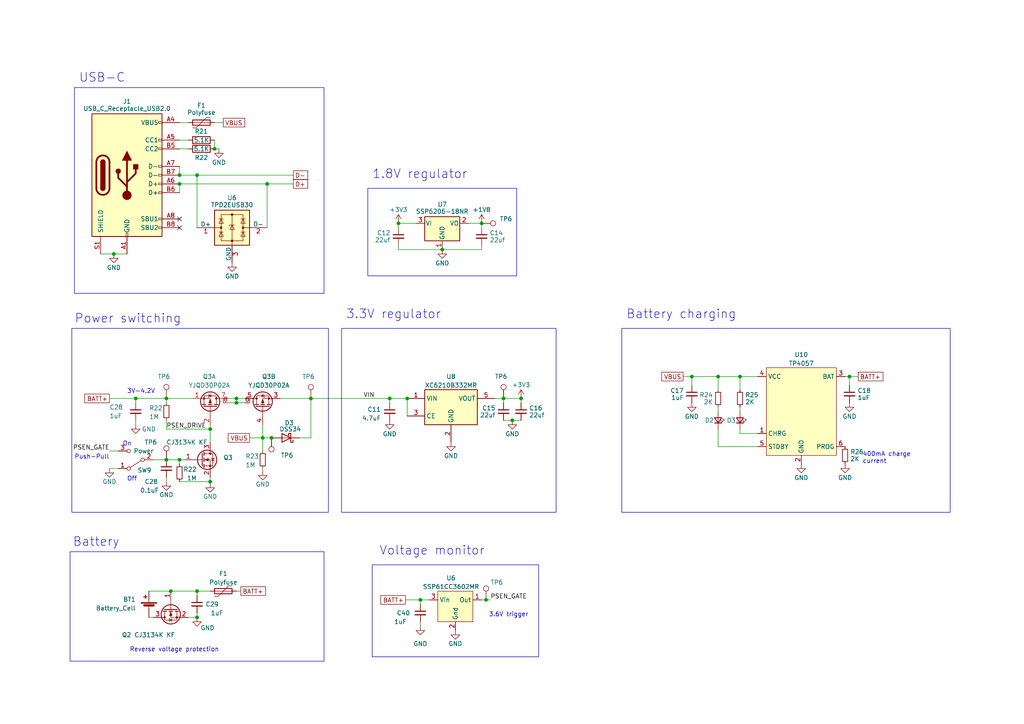
<source format=kicad_sch>
(kicad_sch (version 20230121) (generator eeschema)
  (paper "A4")
  (lib_symbols
    (symbol "Connector:TestPoint" (pin_numbers hide) (pin_names (offset 0.762) hide)
      (property "Reference" "TP" (at 0 6.858 0))
      (property "Value" "TestPoint" (at 0 5.08 0))
      (symbol "TestPoint_0_1"
        (circle (center 0 3.302) (radius 0.762))
      )
      (symbol "TestPoint_1_1"
        (pin passive line (at 0 0 90) (length 2.54) (name "1") (number "1"))
      )
    )
    (symbol "Connector:USB_C_Receptacle_USB2.0" (pin_names (offset 1.016))
      (property "Reference" "J" (at -10.16 19.05 0))
      (property "Value" "USB_C_Receptacle_USB2.0" (at 19.05 19.05 0))
      (symbol "USB_C_Receptacle_USB2.0_0_0"
        (rectangle (start -0.254 -17.78) (end 0.254 -16.764))
        (rectangle (start 10.16 -14.986) (end 9.144 -15.494))
        (rectangle (start 10.16 -12.446) (end 9.144 -12.954))
        (rectangle (start 10.16 -4.826) (end 9.144 -5.334))
        (rectangle (start 10.16 -2.286) (end 9.144 -2.794))
        (rectangle (start 10.16 0.254) (end 9.144 -0.254))
        (rectangle (start 10.16 2.794) (end 9.144 2.286))
        (rectangle (start 10.16 7.874) (end 9.144 7.366))
        (rectangle (start 10.16 10.414) (end 9.144 9.906))
        (rectangle (start 10.16 15.494) (end 9.144 14.986))
      )
      (symbol "USB_C_Receptacle_USB2.0_0_1"
        (rectangle (start -10.16 17.78) (end 10.16 -17.78) (stroke (width 0.254)) (fill (type background)))
        (arc (start -8.89 -3.81) (mid -6.985 -5.7067) (end -5.08 -3.81) (stroke (width 0.508)))
        (arc (start -7.62 -3.81) (mid -6.985 -4.4423) (end -6.35 -3.81) (stroke (width 0.254)))
        (arc (start -7.62 -3.81) (mid -6.985 -4.4423) (end -6.35 -3.81) (stroke (width 0.254)) (fill (type outline)))
        (rectangle (start -7.62 -3.81) (end -6.35 3.81) (stroke (width 0.254)) (fill (type outline)))
        (arc (start -6.35 3.81) (mid -6.985 4.4423) (end -7.62 3.81) (stroke (width 0.254)))
        (arc (start -6.35 3.81) (mid -6.985 4.4423) (end -7.62 3.81) (stroke (width 0.254)) (fill (type outline)))
        (arc (start -5.08 3.81) (mid -6.985 5.7067) (end -8.89 3.81) (stroke (width 0.508)))
        (circle (center -2.54 1.143) (radius 0.635) (stroke (width 0.254)) (fill (type outline)))
        (circle (center 0 -5.842) (radius 1.27) (fill (type outline)))
        (polyline (pts (xy -8.89 -3.81) (xy -8.89 3.81)) (stroke (width 0.508)))
        (polyline (pts (xy -5.08 3.81) (xy -5.08 -3.81)) (stroke (width 0.508)))
        (polyline (pts (xy 0 -5.842) (xy 0 4.318)) (stroke (width 0.508)))
        (polyline (pts (xy 0 -3.302) (xy -2.54 -0.762) (xy -2.54 0.508)) (stroke (width 0.508)))
        (polyline (pts (xy 0 -2.032) (xy 2.54 0.508) (xy 2.54 1.778)) (stroke (width 0.508)))
        (polyline (pts (xy -1.27 4.318) (xy 0 6.858) (xy 1.27 4.318) (xy -1.27 4.318)) (stroke (width 0.254)) (fill (type outline)))
        (rectangle (start 1.905 1.778) (end 3.175 3.048) (stroke (width 0.254)) (fill (type outline)))
      )
      (symbol "USB_C_Receptacle_USB2.0_1_1"
        (pin passive line (at 0 -22.86 90) (length 5.08) (name "GND") (number "A1"))
        (pin passive line (at 0 -22.86 90) (length 5.08) hide (name "GND") (number "A12"))
        (pin passive line (at 15.24 15.24 180) (length 5.08) (name "VBUS") (number "A4"))
        (pin bidirectional line (at 15.24 10.16 180) (length 5.08) (name "CC1") (number "A5"))
        (pin bidirectional line (at 15.24 -2.54 180) (length 5.08) (name "D+") (number "A6"))
        (pin bidirectional line (at 15.24 2.54 180) (length 5.08) (name "D-") (number "A7"))
        (pin bidirectional line (at 15.24 -12.7 180) (length 5.08) (name "SBU1") (number "A8"))
        (pin passive line (at 15.24 15.24 180) (length 5.08) hide (name "VBUS") (number "A9"))
        (pin passive line (at 0 -22.86 90) (length 5.08) hide (name "GND") (number "B1"))
        (pin passive line (at 0 -22.86 90) (length 5.08) hide (name "GND") (number "B12"))
        (pin passive line (at 15.24 15.24 180) (length 5.08) hide (name "VBUS") (number "B4"))
        (pin bidirectional line (at 15.24 7.62 180) (length 5.08) (name "CC2") (number "B5"))
        (pin bidirectional line (at 15.24 -5.08 180) (length 5.08) (name "D+") (number "B6"))
        (pin bidirectional line (at 15.24 0 180) (length 5.08) (name "D-") (number "B7"))
        (pin bidirectional line (at 15.24 -15.24 180) (length 5.08) (name "SBU2") (number "B8"))
        (pin passive line (at 15.24 15.24 180) (length 5.08) hide (name "VBUS") (number "B9"))
        (pin passive line (at -7.62 -22.86 90) (length 5.08) (name "SHIELD") (number "S1"))
      )
    )
    (symbol "Device:Battery_Cell" (pin_numbers hide) (pin_names (offset 0) hide)
      (property "Reference" "BT1" (at 3.81 2.667 0))
      (property "Value" "Battery_Cell" (at 3.81 0.127 0))
      (symbol "Battery_Cell_0_1"
        (rectangle (start -2.286 1.778) (end 2.286 1.524) (fill (type outline)))
        (rectangle (start -1.5748 1.1938) (end 1.4732 0.6858) (fill (type outline)))
        (polyline (pts (xy 0 0.762) (xy 0 0)))
        (polyline (pts (xy 0 1.778) (xy 0 2.54)))
        (polyline (pts (xy 0.508 3.429) (xy 1.524 3.429)) (stroke (width 0.254)))
        (polyline (pts (xy 1.016 3.937) (xy 1.016 2.921)) (stroke (width 0.254)))
      )
      (symbol "Battery_Cell_1_1"
        (pin passive line (at 0 -2.54 90) (length 2.54) (name "") (number "1"))
        (pin passive line (at 0 5.08 270) (length 2.54) (name "+") (number "2"))
      )
    )
    (symbol "Device:C_Small" (pin_numbers hide) (pin_names (offset 0.254) hide)
      (property "Reference" "C" (at 0.254 1.778 0))
      (property "Value" "C_Small" (at 0.254 -2.032 0))
      (symbol "C_Small_0_1"
        (polyline (pts (xy -1.524 -0.508) (xy 1.524 -0.508)) (stroke (width 0.3302)))
        (polyline (pts (xy -1.524 0.508) (xy 1.524 0.508)) (stroke (width 0.3048)))
      )
      (symbol "C_Small_1_1"
        (pin passive line (at 0 2.54 270) (length 2.032) (name "~") (number "1"))
        (pin passive line (at 0 -2.54 90) (length 2.032) (name "~") (number "2"))
      )
    )
    (symbol "Device:D_Schottky" (pin_numbers hide) (pin_names (offset 1.016) hide)
      (property "Reference" "D" (at 0 2.54 0))
      (property "Value" "D_Schottky" (at 0 -2.54 0))
      (symbol "D_Schottky_0_1"
        (polyline (pts (xy 1.27 0) (xy -1.27 0)))
        (polyline (pts (xy 1.27 1.27) (xy 1.27 -1.27) (xy -1.27 0) (xy 1.27 1.27)) (stroke (width 0.254)))
        (polyline (pts (xy -1.905 0.635) (xy -1.905 1.27) (xy -1.27 1.27) (xy -1.27 -1.27) (xy -0.635 -1.27) (xy -0.635 -0.635)) (stroke (width 0.254)))
      )
      (symbol "D_Schottky_1_1"
        (pin passive line (at -3.81 0 0) (length 2.54) (name "K") (number "1"))
        (pin passive line (at 3.81 0 180) (length 2.54) (name "A") (number "2"))
      )
    )
    (symbol "Device:LED_Small" (pin_numbers hide) (pin_names (offset 0.254) hide)
      (property "Reference" "D" (at -1.27 3.175 0))
      (property "Value" "LED_Small" (at -4.445 -2.54 0))
      (symbol "LED_Small_0_1"
        (polyline (pts (xy -0.762 -1.016) (xy -0.762 1.016)) (stroke (width 0.254)))
        (polyline (pts (xy 1.016 0) (xy -0.762 0)))
        (polyline (pts (xy 0.762 -1.016) (xy -0.762 0) (xy 0.762 1.016) (xy 0.762 -1.016)) (stroke (width 0.254)))
        (polyline (pts (xy 0 0.762) (xy -0.508 1.27) (xy -0.254 1.27) (xy -0.508 1.27) (xy -0.508 1.016)))
        (polyline (pts (xy 0.508 1.27) (xy 0 1.778) (xy 0.254 1.778) (xy 0 1.778) (xy 0 1.524)))
      )
      (symbol "LED_Small_1_1"
        (pin passive line (at -2.54 0 0) (length 1.778) (name "K") (number "1"))
        (pin passive line (at 2.54 0 180) (length 1.778) (name "A") (number "2"))
      )
    )
    (symbol "Device:Polyfuse" (pin_numbers hide) (pin_names (offset 0))
      (property "Reference" "F" (at -2.54 0 90))
      (property "Value" "Polyfuse" (at 2.54 0 90))
      (symbol "Polyfuse_0_1"
        (rectangle (start -0.762 2.54) (end 0.762 -2.54) (stroke (width 0.254)))
        (polyline (pts (xy 0 2.54) (xy 0 -2.54)))
        (polyline (pts (xy -1.524 2.54) (xy -1.524 1.524) (xy 1.524 -1.524) (xy 1.524 -2.54)))
      )
      (symbol "Polyfuse_1_1"
        (pin passive line (at 0 3.81 270) (length 1.27) (name "~") (number "1"))
        (pin passive line (at 0 -3.81 90) (length 1.27) (name "~") (number "2"))
      )
    )
    (symbol "Device:Q_NMOS_GSD" (pin_names (offset 0) hide)
      (property "Reference" "Q" (at 5.08 1.27 0))
      (property "Value" "Q_NMOS_GSD" (at 5.08 -1.27 0))
      (symbol "Q_NMOS_GSD_0_1"
        (polyline (pts (xy 0.254 0) (xy -2.54 0)))
        (polyline (pts (xy 0.254 1.905) (xy 0.254 -1.905)) (stroke (width 0.254)))
        (polyline (pts (xy 0.762 -1.27) (xy 0.762 -2.286)) (stroke (width 0.254)))
        (polyline (pts (xy 0.762 0.508) (xy 0.762 -0.508)) (stroke (width 0.254)))
        (polyline (pts (xy 0.762 2.286) (xy 0.762 1.27)) (stroke (width 0.254)))
        (polyline (pts (xy 2.54 2.54) (xy 2.54 1.778)))
        (polyline (pts (xy 2.54 -2.54) (xy 2.54 0) (xy 0.762 0)))
        (polyline (pts (xy 0.762 -1.778) (xy 3.302 -1.778) (xy 3.302 1.778) (xy 0.762 1.778)))
        (polyline (pts (xy 1.016 0) (xy 2.032 0.381) (xy 2.032 -0.381) (xy 1.016 0)) (fill (type outline)))
        (polyline (pts (xy 2.794 0.508) (xy 2.921 0.381) (xy 3.683 0.381) (xy 3.81 0.254)))
        (polyline (pts (xy 3.302 0.381) (xy 2.921 -0.254) (xy 3.683 -0.254) (xy 3.302 0.381)))
        (circle (center 1.651 0) (radius 2.794) (stroke (width 0.254)))
        (circle (center 2.54 -1.778) (radius 0.254) (fill (type outline)))
        (circle (center 2.54 1.778) (radius 0.254) (fill (type outline)))
      )
      (symbol "Q_NMOS_GSD_1_1"
        (pin input line (at -5.08 0 0) (length 2.54) (name "G") (number "1"))
        (pin passive line (at 2.54 -5.08 90) (length 2.54) (name "S") (number "2"))
        (pin passive line (at 2.54 5.08 270) (length 2.54) (name "D") (number "3"))
      )
    )
    (symbol "Device:R" (pin_numbers hide) (pin_names (offset 0))
      (property "Reference" "R" (at 2.032 0 90))
      (property "Value" "R" (at 0 0 90))
      (symbol "R_0_1"
        (rectangle (start -1.016 -2.54) (end 1.016 2.54) (stroke (width 0.254)))
      )
      (symbol "R_1_1"
        (pin passive line (at 0 3.81 270) (length 1.27) (name "~") (number "1"))
        (pin passive line (at 0 -3.81 90) (length 1.27) (name "~") (number "2"))
      )
    )
    (symbol "Device:R_Small" (pin_numbers hide) (pin_names (offset 0.254) hide)
      (property "Reference" "R" (at 0.762 0.508 0))
      (property "Value" "R_Small" (at 0.762 -1.016 0))
      (symbol "R_Small_0_1"
        (rectangle (start -0.762 1.778) (end 0.762 -1.778) (stroke (width 0.2032)))
      )
      (symbol "R_Small_1_1"
        (pin passive line (at 0 2.54 270) (length 0.762) (name "~") (number "1"))
        (pin passive line (at 0 -2.54 90) (length 0.762) (name "~") (number "2"))
      )
    )
    (symbol "OSSG_components_lib:YJQD30P02A" (pin_names (offset 0) hide)
      (property "Reference" "Q" (at 6.35 1.27 0))
      (property "Value" "YJQD30P02A" (at 19.05 -1.27 0))
      (symbol "YJQD30P02A_0_1"
        (polyline (pts (xy 0.254 0) (xy -2.54 0)))
        (polyline (pts (xy 0.254 1.905) (xy 0.254 -1.905)) (stroke (width 0.254)))
        (polyline (pts (xy 0.762 -1.27) (xy 0.762 -2.286)) (stroke (width 0.254)))
        (polyline (pts (xy 0.762 0.508) (xy 0.762 -0.508)) (stroke (width 0.254)))
        (polyline (pts (xy 0.762 2.286) (xy 0.762 1.27)) (stroke (width 0.254)))
        (polyline (pts (xy 1.27 3.81) (xy 2.54 3.81)))
        (polyline (pts (xy 2.54 2.54) (xy 2.54 1.778)))
        (polyline (pts (xy 2.54 -2.54) (xy 2.54 0) (xy 0.762 0)))
        (polyline (pts (xy 0.762 1.778) (xy 3.302 1.778) (xy 3.302 -1.778) (xy 0.762 -1.778)))
        (polyline (pts (xy 2.286 0) (xy 1.27 0.381) (xy 1.27 -0.381) (xy 2.286 0)) (fill (type outline)))
        (polyline (pts (xy 2.794 -0.508) (xy 2.921 -0.381) (xy 3.683 -0.381) (xy 3.81 -0.254)))
        (polyline (pts (xy 3.302 -0.381) (xy 2.921 0.254) (xy 3.683 0.254) (xy 3.302 -0.381)))
        (circle (center 1.651 0) (radius 2.794) (stroke (width 0.254)))
        (circle (center 2.54 -1.778) (radius 0.254) (fill (type outline)))
        (circle (center 2.54 1.778) (radius 0.254) (fill (type outline)))
      )
      (symbol "YJQD30P02A_1_1"
        (pin passive line (at 2.54 -5.08 90) (length 2.54) (name "S2") (number "1"))
        (pin input line (at -5.08 0 0) (length 2.54) (name "G2") (number "2"))
        (pin passive line (at 2.54 5.08 270) (length 2.54) (name "D2") (number "7"))
        (pin passive line (at 1.27 5.08 270) (length 1.1938) (name "D2") (number "8"))
      )
      (symbol "YJQD30P02A_2_1"
        (pin passive line (at 2.54 -5.08 90) (length 2.54) (name "S2") (number "3"))
        (pin input line (at -5.08 0 0) (length 2.54) (name "G2") (number "4"))
        (pin passive line (at 2.54 5.08 270) (length 2.54) (name "D2") (number "5"))
        (pin passive line (at 1.27 5.08 270) (length 1.1938) (name "D2") (number "6"))
      )
    )
    (symbol "Power_Protection:TPD2EUSB30" (pin_names (offset 0))
      (property "Reference" "U" (at 0 6.35 0))
      (property "Value" "TPD2EUSB30" (at 7.62 -7.62 0))
      (symbol "TPD2EUSB30_0_1"
        (rectangle (start -5.08 5.08) (end 5.08 -5.08) (stroke (width 0.254)) (fill (type background)))
        (circle (center -3.175 0) (radius 0.2794) (fill (type outline)))
        (rectangle (start -3.175 3.81) (end 3.175 -3.81))
        (circle (center 0 -3.81) (radius 0.2794) (fill (type outline)))
        (polyline (pts (xy -5.08 0) (xy -3.175 0)))
        (polyline (pts (xy -3.81 -1.27) (xy -2.54 -1.27)))
        (polyline (pts (xy -3.81 2.54) (xy -2.54 2.54)))
        (polyline (pts (xy 0 3.81) (xy 0 -5.08)))
        (polyline (pts (xy 2.54 -1.27) (xy 3.81 -1.27)))
        (polyline (pts (xy 2.54 2.54) (xy 3.81 2.54)))
        (polyline (pts (xy 5.08 0) (xy 3.175 0)))
        (polyline (pts (xy 0.762 0.762) (xy -0.762 0.762) (xy -0.762 0.508)))
        (polyline (pts (xy -2.54 -2.54) (xy -3.81 -2.54) (xy -3.175 -1.27) (xy -2.54 -2.54)))
        (polyline (pts (xy -2.54 1.27) (xy -3.81 1.27) (xy -3.175 2.54) (xy -2.54 1.27)))
        (polyline (pts (xy 0.635 -0.508) (xy -0.635 -0.508) (xy 0 0.762) (xy 0.635 -0.508)))
        (polyline (pts (xy 3.81 -2.54) (xy 2.54 -2.54) (xy 3.175 -1.27) (xy 3.81 -2.54)))
        (polyline (pts (xy 3.81 1.27) (xy 2.54 1.27) (xy 3.175 2.54) (xy 3.81 1.27)))
        (circle (center 0 3.81) (radius 0.2794) (fill (type outline)))
        (circle (center 3.175 0) (radius 0.2794) (fill (type outline)))
      )
      (symbol "TPD2EUSB30_1_1"
        (pin passive line (at -10.16 0 0) (length 5.08) (name "D+") (number "1"))
        (pin passive line (at 10.16 0 180) (length 5.08) (name "D-") (number "2"))
        (pin passive line (at 0 -10.16 90) (length 5.08) (name "GND") (number "3"))
      )
    )
    (symbol "Regulator_Linear:SSP61C"
      (property "Reference" "U" (at 0 6.35 0))
      (symbol "SSP61C_1_1"
        (rectangle (start -5.08 2.54) (end 5.08 -6.35) (fill (type background)))
        (pin input line (at 7.62 0 180) (length 2.54) (name "Out") (number "1"))
        (pin input line (at 0 -8.89 90) (length 2.54) (name "Gnd") (number "2"))
        (pin input line (at -7.62 0 0) (length 2.54) (name "Vin") (number "3"))
      )
    )
    (symbol "Regulator_Linear:XC6206PxxxMR" (pin_names (offset 0.254))
      (property "Reference" "U" (at -3.81 3.175 0))
      (property "Value" "XC6206PxxxMR" (at 0 3.175 0))
      (symbol "XC6206PxxxMR_0_1"
        (rectangle (start -5.08 1.905) (end 5.08 -5.08) (stroke (width 0.254)) (fill (type background)))
      )
      (symbol "XC6206PxxxMR_1_1"
        (pin power_in line (at 0 -7.62 90) (length 2.54) (name "GND") (number "1"))
        (pin power_out line (at 7.62 0 180) (length 2.54) (name "VO") (number "2"))
        (pin power_in line (at -7.62 0 0) (length 2.54) (name "VI") (number "3"))
      )
    )
    (symbol "Regulator_Linear:XC6210B332MR"
      (property "Reference" "U" (at 0 8.89 0))
      (property "Value" "XC6210B332MR" (at 0 6.35 0))
      (symbol "XC6210B332MR_0_1"
        (rectangle (start -7.62 5.08) (end 7.62 -5.08) (stroke (width 0.254)) (fill (type background)))
      )
      (symbol "XC6210B332MR_1_1"
        (pin power_in line (at -12.7 2.54 0) (length 5.08) (name "VIN") (number "1"))
        (pin power_in line (at 0 -10.16 90) (length 5.08) (name "GND") (number "2"))
        (pin input line (at -12.7 -2.54 0) (length 5.08) (name "CE") (number "3"))
        (pin no_connect line (at 7.62 -2.54 180) (length 5.08) hide (name "NC") (number "4"))
        (pin power_out line (at 12.7 2.54 180) (length 5.08) (name "VOUT") (number "5"))
      )
    )
    (symbol "Switch:SW_SPDT" (pin_names (offset 0) hide)
      (property "Reference" "SW" (at 0 4.318 0))
      (property "Value" "SW_SPDT" (at 0 -5.08 0))
      (symbol "SW_SPDT_0_0"
        (circle (center -2.032 0) (radius 0.508))
        (circle (center 2.032 -2.54) (radius 0.508))
      )
      (symbol "SW_SPDT_0_1"
        (polyline (pts (xy -1.524 0.254) (xy 1.651 2.286)))
        (circle (center 2.032 2.54) (radius 0.508))
      )
      (symbol "SW_SPDT_1_1"
        (pin passive line (at 5.08 2.54 180) (length 2.54) (name "A") (number "1"))
        (pin passive line (at -5.08 0 0) (length 2.54) (name "B") (number "2"))
        (pin passive line (at 5.08 -2.54 180) (length 2.54) (name "C") (number "3"))
      )
    )
    (symbol "TP4057:TP4057"
      (property "Reference" "U" (at 0 2.54 0))
      (property "Value" "TP4057" (at 0 0 0))
      (symbol "TP4057_1_1"
        (rectangle (start -10.16 -1.27) (end 10.16 -26.67) (fill (type background)))
        (pin input line (at -12.7 -20.32 0) (length 2.54) (name "CHRG") (number "1"))
        (pin input line (at 0 -29.21 90) (length 2.54) (name "GND") (number "2"))
        (pin input line (at 12.7 -3.81 180) (length 2.54) (name "BAT") (number "3"))
        (pin input line (at -12.7 -3.81 0) (length 2.54) (name "VCC") (number "4"))
        (pin input line (at -12.7 -24.13 0) (length 2.54) (name "STDBY") (number "5"))
        (pin input line (at 12.7 -24.13 180) (length 2.54) (name "PROG") (number "6"))
      )
    )
    (symbol "power:+1V8" (power) (pin_names (offset 0))
      (property "Value" "+1V8" (at 0 3.556 0))
      (symbol "+1V8_0_1"
        (polyline (pts (xy -0.762 1.27) (xy 0 2.54)))
        (polyline (pts (xy 0 0) (xy 0 2.54)))
        (polyline (pts (xy 0 2.54) (xy 0.762 1.27)))
      )
      (symbol "+1V8_1_1"
        (pin power_in line (at 0 0 90) (length 0) hide (name "+1V8") (number "1"))
      )
    )
    (symbol "power:+3V3" (power) (pin_names (offset 0))
      (property "Value" "+3V3" (at 0 3.556 0))
      (symbol "+3V3_0_1"
        (polyline (pts (xy -0.762 1.27) (xy 0 2.54)))
        (polyline (pts (xy 0 0) (xy 0 2.54)))
        (polyline (pts (xy 0 2.54) (xy 0.762 1.27)))
      )
      (symbol "+3V3_1_1"
        (pin power_in line (at 0 0 90) (length 0) hide (name "+3V3") (number "1"))
      )
    )
    (symbol "power:GND" (power) (pin_names (offset 0))
      (property "Value" "GND" (at 0 -3.81 0))
      (symbol "GND_0_1"
        (polyline (pts (xy 0 0) (xy 0 -1.27) (xy 1.27 -1.27) (xy 0 -2.54) (xy -1.27 -1.27) (xy 0 -1.27)))
      )
      (symbol "GND_1_1"
        (pin power_in line (at 0 0 270) (length 0) hide (name "GND") (number "1"))
      )
    )
  )
  (junction (at 68.58 115.57))
  (junction (at 76.2 127))
  (junction (at 208.28 109.22))
  (junction (at 113.03 115.57))
  (junction (at 77.47 53.34))
  (junction (at 214.63 109.22))
  (junction (at 151.13 115.57))
  (junction (at 48.26 133.35))
  (junction (at 57.15 179.07))
  (junction (at 140.97 173.99))
  (junction (at 128.27 72.39))
  (junction (at 60.96 139.7))
  (junction (at 57.15 171.45))
  (junction (at 39.37 115.57))
  (junction (at 60.96 124.46))
  (junction (at 146.05 115.57))
  (junction (at 90.17 115.57))
  (junction (at 115.57 64.77))
  (junction (at 121.92 173.99))
  (junction (at 62.23 43.18))
  (junction (at 52.07 50.8))
  (junction (at 68.58 116.84))
  (junction (at 148.59 121.92))
  (junction (at 52.07 53.34))
  (junction (at 49.53 171.45))
  (junction (at 52.07 133.35))
  (junction (at 139.7 64.77))
  (junction (at 200.66 109.22))
  (junction (at 78.74 127))
  (junction (at 246.38 109.22))
  (junction (at 48.26 115.57))
  (junction (at 118.11 115.57))
  (junction (at 33.02 73.66))
  (junction (at 57.15 50.8))
  (no_connect (at 52.07 66.04))
  (no_connect (at 52.07 63.5))
  (wire (pts (xy 115.57 64.77) (xy 120.65 64.77)))
  (wire (pts (xy 113.03 116.84) (xy 113.03 115.57)))
  (wire (pts (xy 31.75 135.89) (xy 34.29 135.89)))
  (wire (pts (xy 208.28 124.46) (xy 208.28 129.54)))
  (wire (pts (xy 68.58 116.84) (xy 71.12 116.84)))
  (wire (pts (xy 60.96 139.7) (xy 60.96 140.208)))
  (wire (pts (xy 48.26 115.57) (xy 55.88 115.57)))
  (wire (pts (xy 214.63 109.22) (xy 219.71 109.22)))
  (wire (pts (xy 66.04 115.57) (xy 68.58 115.57)))
  (wire (pts (xy 48.26 138.43) (xy 48.26 139.7)))
  (wire (pts (xy 44.45 133.35) (xy 48.26 133.35)))
  (wire (pts (xy 76.2 127) (xy 76.2 130.81)))
  (wire (pts (xy 66.04 116.84) (xy 68.58 116.84)))
  (wire (pts (xy 246.38 111.76) (xy 246.38 109.22)))
  (wire (pts (xy 143.51 115.57) (xy 146.05 115.57)))
  (wire (pts (xy 140.97 173.99) (xy 142.24 173.99)))
  (wire (pts (xy 115.57 71.12) (xy 115.57 72.39)))
  (wire (pts (xy 121.92 173.99) (xy 124.46 173.99)))
  (wire (pts (xy 60.96 138.43) (xy 60.96 139.7)))
  (wire (pts (xy 52.07 48.26) (xy 52.07 50.8)))
  (wire (pts (xy 208.28 109.22) (xy 214.63 109.22)))
  (wire (pts (xy 33.02 73.66) (xy 36.83 73.66)))
  (wire (pts (xy 60.96 123.19) (xy 60.96 124.46)))
  (wire (pts (xy 146.05 115.57) (xy 151.13 115.57)))
  (wire (pts (xy 214.63 125.73) (xy 219.71 125.73)))
  (wire (pts (xy 248.92 109.22) (xy 246.38 109.22)))
  (wire (pts (xy 57.15 50.8) (xy 57.15 66.04)))
  (wire (pts (xy 52.07 139.7) (xy 60.96 139.7)))
  (wire (pts (xy 43.18 171.45) (xy 49.53 171.45)))
  (wire (pts (xy 48.26 115.57) (xy 48.26 116.84)))
  (wire (pts (xy 48.26 124.46) (xy 60.96 124.46)))
  (wire (pts (xy 200.66 111.76) (xy 200.66 109.22)))
  (wire (pts (xy 68.58 115.57) (xy 68.58 116.84)))
  (wire (pts (xy 115.57 64.77) (xy 115.57 66.04)))
  (wire (pts (xy 135.89 64.77) (xy 139.7 64.77)))
  (wire (pts (xy 60.96 124.46) (xy 60.96 128.27)))
  (wire (pts (xy 214.63 109.22) (xy 214.63 113.03)))
  (wire (pts (xy 139.7 173.99) (xy 140.97 173.99)))
  (wire (pts (xy 76.2 127) (xy 78.74 127)))
  (wire (pts (xy 78.74 127) (xy 79.248 127)))
  (wire (pts (xy 52.07 134.62) (xy 52.07 133.35)))
  (wire (pts (xy 62.23 35.56) (xy 64.77 35.56)))
  (wire (pts (xy 49.53 171.45) (xy 57.15 171.45)))
  (wire (pts (xy 115.57 72.39) (xy 128.27 72.39)))
  (wire (pts (xy 72.39 127) (xy 76.2 127)))
  (wire (pts (xy 29.21 73.66) (xy 33.02 73.66)))
  (wire (pts (xy 62.23 40.64) (xy 62.23 43.18)))
  (wire (pts (xy 57.15 177.8) (xy 57.15 179.07)))
  (wire (pts (xy 121.92 173.99) (xy 121.92 175.26)))
  (wire (pts (xy 77.47 53.34) (xy 77.47 66.04)))
  (wire (pts (xy 60.96 171.45) (xy 57.15 171.45)))
  (wire (pts (xy 148.59 121.92) (xy 151.13 121.92)))
  (wire (pts (xy 198.12 109.22) (xy 200.66 109.22)))
  (wire (pts (xy 68.58 171.45) (xy 69.85 171.45)))
  (wire (pts (xy 146.05 121.92) (xy 148.59 121.92)))
  (wire (pts (xy 86.868 127) (xy 90.17 127)))
  (wire (pts (xy 139.7 71.12) (xy 139.7 72.39)))
  (wire (pts (xy 48.26 133.35) (xy 52.07 133.35)))
  (wire (pts (xy 39.37 121.92) (xy 39.37 123.19)))
  (wire (pts (xy 76.2 123.19) (xy 76.2 127)))
  (wire (pts (xy 113.03 115.57) (xy 118.11 115.57)))
  (wire (pts (xy 214.63 125.73) (xy 214.63 124.46)))
  (wire (pts (xy 246.38 109.22) (xy 245.11 109.22)))
  (wire (pts (xy 81.28 115.57) (xy 90.17 115.57)))
  (wire (pts (xy 90.17 115.57) (xy 113.03 115.57)))
  (wire (pts (xy 90.17 115.57) (xy 90.17 127)))
  (wire (pts (xy 208.28 119.38) (xy 208.28 118.11)))
  (wire (pts (xy 52.07 53.34) (xy 77.47 53.34)))
  (wire (pts (xy 208.28 129.54) (xy 219.71 129.54)))
  (wire (pts (xy 118.11 115.57) (xy 118.11 120.65)))
  (wire (pts (xy 63.5 43.18) (xy 62.23 43.18)))
  (wire (pts (xy 117.602 173.99) (xy 121.92 173.99)))
  (wire (pts (xy 43.18 179.07) (xy 44.45 179.07)))
  (wire (pts (xy 57.15 179.07) (xy 54.61 179.07)))
  (wire (pts (xy 139.7 72.39) (xy 128.27 72.39)))
  (wire (pts (xy 52.07 53.34) (xy 52.07 55.88)))
  (wire (pts (xy 139.7 64.77) (xy 139.7 66.04)))
  (wire (pts (xy 52.07 133.35) (xy 53.34 133.35)))
  (wire (pts (xy 77.47 53.34) (xy 85.09 53.34)))
  (wire (pts (xy 48.26 124.46) (xy 48.26 121.92)))
  (wire (pts (xy 208.28 109.22) (xy 208.28 113.03)))
  (wire (pts (xy 76.2 135.89) (xy 76.2 136.652)))
  (wire (pts (xy 52.07 43.18) (xy 54.61 43.18)))
  (wire (pts (xy 151.13 116.84) (xy 151.13 115.57)))
  (wire (pts (xy 39.37 115.57) (xy 39.37 116.84)))
  (wire (pts (xy 31.75 115.57) (xy 39.37 115.57)))
  (wire (pts (xy 68.58 115.57) (xy 71.12 115.57)))
  (wire (pts (xy 57.15 171.45) (xy 57.15 172.72)))
  (wire (pts (xy 214.63 119.38) (xy 214.63 118.11)))
  (wire (pts (xy 52.07 50.8) (xy 57.15 50.8)))
  (wire (pts (xy 31.75 130.81) (xy 34.29 130.81)))
  (wire (pts (xy 52.07 40.64) (xy 54.61 40.64)))
  (wire (pts (xy 121.92 180.34) (xy 121.92 181.61)))
  (wire (pts (xy 52.07 35.56) (xy 54.61 35.56)))
  (wire (pts (xy 200.66 109.22) (xy 208.28 109.22)))
  (wire (pts (xy 57.15 50.8) (xy 85.09 50.8)))
  (wire (pts (xy 146.05 116.84) (xy 146.05 115.57)))
  (wire (pts (xy 39.37 115.57) (xy 48.26 115.57)))
  (rectangle (start 20.828 95.25) (end 95.25 148.59))
  (rectangle (start 99.06 95.25) (end 161.29 148.59))
  (rectangle (start 106.68 54.61) (end 149.86 80.01))
  (rectangle (start 20.32 160.02) (end 93.98 191.77))
  (rectangle (start 107.95 163.83) (end 156.21 190.5))
  (rectangle (start 180.34 95.25) (end 275.59 148.59))
  (rectangle (start 21.59 25.4) (end 93.98 85.09))
  (text "Push-Pull" (at 21.59 133.35 0) (effects (font (size 1.27 1.27)) (justify left bottom)))
  (text "Power switching" (at 21.59 93.98 0) (effects (font (size 2.54 2.54)) (justify left bottom)))
  (text "Off" (at 36.83 139.7 0) (effects (font (size 1.27 1.27)) (justify left bottom)))
  (text "Reverse voltage protection" (at 37.592 189.23 0) (effects (font (size 1.27 1.27)) (justify left bottom)))
  (text "Battery charging\n" (at 181.61 92.71 0) (effects (font (size 2.54 2.54)) (justify left bottom)))
  (text "On" (at 35.56 129.54 0) (effects (font (size 1.27 1.27)) (justify left bottom)))
  (text "1.8V regulator\n" (at 107.95 52.07 0) (effects (font (size 2.54 2.54)) (justify left bottom)))
  (text "Battery" (at 21.082 158.75 0) (effects (font (size 2.54 2.54)) (justify left bottom)))
  (text "USB-C\n" (at 22.86 24.13 0) (effects (font (size 2.54 2.54)) (justify left bottom)))
  (text "Voltage monitor" (at 109.982 161.29 0) (effects (font (size 2.54 2.54)) (justify left bottom)))
  (text "3.3V regulator\n" (at 100.33 92.71 0) (effects (font (size 2.54 2.54)) (justify left bottom)))
  (text "3.6V trigger" (at 141.732 179.07 0) (effects (font (size 1.27 1.27)) (justify left bottom)))
  (text "400mA charge \ncurrent\n" (at 250.19 134.62 0) (effects (font (size 1.27 1.27)) (justify left bottom)))
  (text "3V-4.2V" (at 36.83 114.3 0) (effects (font (size 1.27 1.27)) (justify left bottom)))
  (label "PSEN_GATE" (at 31.75 130.81 180))
  (label "PSEN_GATE" (at 142.24 173.99 0))
  (label "PSEN_DRIVE" (at 48.26 124.46 0))
  (label "VIN" (at 105.41 115.57 0))
  (global_label "D-" (shape passive) (at 85.09 50.8 0) (property "Intersheetrefs" "${INTERSHEET_REFS}" (effects hide)))
  (global_label "BATT+" (shape passive) (at 69.85 171.45 0) (property "Intersheetrefs" "${INTERSHEET_REFS}" (effects hide)))
  (global_label "VBUS" (shape passive) (at 64.77 35.56 0) (property "Intersheetrefs" "${INTERSHEET_REFS}" (effects hide)))
  (global_label "VBUS" (shape passive) (at 198.12 109.22 180) (property "Intersheetrefs" "${INTERSHEET_REFS}" (effects hide)))
  (global_label "D+" (shape passive) (at 85.09 53.34 0) (property "Intersheetrefs" "${INTERSHEET_REFS}" (effects hide)))
  (global_label "BATT+" (shape passive) (at 248.92 109.22 0) (property "Intersheetrefs" "${INTERSHEET_REFS}" (effects hide)))
  (global_label "BATT+" (shape passive) (at 117.602 173.99 180) (property "Intersheetrefs" "${INTERSHEET_REFS}" (effects hide)))
  (global_label "BATT+" (shape passive) (at 31.75 115.57 180) (property "Intersheetrefs" "${INTERSHEET_REFS}" (effects hide)))
  (global_label "VBUS" (shape passive) (at 72.39 127 180) (property "Intersheetrefs" "${INTERSHEET_REFS}" (effects hide)))
  (symbol (lib_id "power:+3V3") (at 151.13 115.57 0) (unit 1)
    (property "Reference" "#PWR050" (effects hide))
    (property "Value" "+3V3" (at 151.13 111.625 0))
  )
  (symbol (lib_id "power:GND") (at 232.41 134.62 0) (unit 1)
    (property "Reference" "#PWR052" (effects hide))
    (property "Value" "GND" (at 232.41 138.565 0))
  )
  (symbol (lib_id "power:GND") (at 31.75 135.89 0) (unit 1)
    (property "Reference" "#PWR047" (effects hide))
    (property "Value" "GND" (at 31.75 139.7 0))
    (instances (project "Power" (path "" (reference "#PWR047") (unit 1))) (project "Music_32_V2" (path "" (reference "#PWR047") (unit 1)) (path "" (reference "#PWR089") (unit 1))) (project "Music32v3" (path "" (reference "#PWR070") (unit 1)) (path "" (reference "#PWR033") (unit 1))) (project "Phone" (path "" (reference "#PWR?") (unit 1))) (project "Ipod" (path "" (reference "#PWR?") (unit 1)) (path "" (reference "#PWR041") (unit 1))) (project "power" (path "" (reference "#PWR?") (unit 1))) (project "Power" (path "" (reference "#PWR?") (unit 1))))
  )
  (symbol (lib_id "Device:R_Small") (at 214.63 115.57 0) (unit 1)
    (property "Reference" "R25" (at 216.1286 114.546 0) (effects (justify left)))
    (property "Value" "2K" (at 216.1286 116.594 0) (effects (justify left)))
    (property "Footprint" "Resistor_SMD:R_0402_1005Metric" (effects hide))
  )
  (symbol (lib_id "power:GND") (at 200.66 116.84 0) (unit 1)
    (property "Reference" "#PWR051" (effects hide))
    (property "Value" "GND" (at 200.66 120.785 0))
  )
  (symbol (lib_id "Connector:TestPoint") (at 140.97 173.99 0) (mirror y) (unit 1)
    (property "Reference" "TP6" (at 142.24 168.91 0) (effects (justify right)))
    (property "Value" "TestPoint" (effects hide))
    (property "Footprint" "TestPoint:TestPoint_Pad_D2.0mm" (effects hide))
    (instances (project "Music32v3" (path "" (reference "TP6") (unit 1)) (path "" (reference "TP14") (unit 1)) (path "" (reference "TP19") (unit 1))))
  )
  (symbol (lib_id "power:GND") (at 130.81 128.27 0) (unit 1)
    (property "Reference" "#PWR046" (effects hide))
    (property "Value" "GND" (at 130.81 132.215 0))
  )
  (symbol (lib_id "Device:Polyfuse") (at 58.42 35.56 90) (unit 1)
    (property "Reference" "F1" (at 58.42 30.583 90))
    (property "Value" "Polyfuse" (at 58.42 32.631 90))
    (property "Footprint" "Fuse:Fuse_0603_1608Metric" (effects hide))
  )
  (symbol (lib_id "Device:R") (at 58.42 43.18 90) (unit 1)
    (property "Reference" "R22" (at 58.42 45.72 90))
    (property "Value" "5.1K" (at 58.42 43.18 90))
    (property "Footprint" "Resistor_SMD:R_0402_1005Metric" (effects hide))
  )
  (symbol (lib_id "Device:C_Small") (at 200.66 114.3 0) (mirror y) (unit 1)
    (property "Reference" "C17" (at 198.3359 113.2823 0) (effects (justify left)))
    (property "Value" "1uF" (at 198.3359 115.3303 0) (effects (justify left)))
    (property "Footprint" "Capacitor_SMD:C_0402_1005Metric" (effects hide))
  )
  (symbol (lib_id "Device:C_Small") (at 121.92 177.8 0) (unit 1)
    (property "Reference" "C40" (at 115.062 177.8 0) (effects (justify left)))
    (property "Value" "1uF" (at 114.3 180.34 0) (effects (justify left)))
    (property "Footprint" "Capacitor_SMD:C_0402_1005Metric" (effects hide))
    (property "MPN_LCSC" "C41851" (effects hide))
    (property "Price_LCSC" "0.0008" (effects hide))
    (property "LinkLCSC" "https://lcsc.com/product-detail/Multilayer-Ceramic-Capacitors-MLCC-SMD-SMT_FH-Guangdong-Fenghua-Advanced-Tech-0402B104K160NT_C41851.html" (effects hide))
    (instances (project "Power" (path "" (reference "C40") (unit 1))) (project "Music_32_V2" (path "" (reference "C40") (unit 1)) (path "" (reference "C57") (unit 1))) (project "Music32v3" (path "" (reference "C40") (unit 1)) (path "" (reference "C13") (unit 1))) (project "Phone" (path "" (reference "C?") (unit 1))) (project "Ipod" (path "" (reference "C?") (unit 1)) (path "" (reference "C35") (unit 1))) (project "power" (path "" (reference "C?") (unit 1))) (project "Power" (path "" (reference "C?") (unit 1))))
  )
  (symbol (lib_id "power:GND") (at 57.15 179.07 0) (unit 1)
    (property "Reference" "#PWR046" (effects hide))
    (property "Value" "GND" (at 60.198 182.118 0))
    (instances (project "Power" (path "" (reference "#PWR046") (unit 1))) (project "Music_32_V2" (path "" (reference "#PWR046") (unit 1)) (path "" (reference "#PWR057") (unit 1))) (project "Music32v3" (path "" (reference "#PWR063") (unit 1)) (path "" (reference "#PWR037") (unit 1))) (project "Phone" (path "" (reference "#PWR?") (unit 1))) (project "Ipod" (path "" (reference "#PWR?") (unit 1)) (path "" (reference "#PWR040") (unit 1))) (project "power" (path "" (reference "#PWR?") (unit 1))) (project "Power" (path "" (reference "#PWR?") (unit 1))))
  )
  (symbol (lib_id "Device:C_Small") (at 115.57 68.58 0) (mirror y) (unit 1)
    (property "Reference" "C12" (at 113.2459 67.5623 0) (effects (justify left)))
    (property "Value" "22uf" (at 113.2459 69.6103 0) (effects (justify left)))
    (property "Footprint" "Capacitor_SMD:C_0805_2012Metric" (effects hide))
  )
  (symbol (lib_id "Device:C_Small") (at 146.05 119.38 0) (mirror y) (unit 1)
    (property "Reference" "C15" (at 143.7259 118.3623 0) (effects (justify left)))
    (property "Value" "22uf" (at 143.7259 120.4103 0) (effects (justify left)))
    (property "Footprint" "Capacitor_SMD:C_0805_2012Metric" (effects hide))
  )
  (symbol (lib_id "Device:R_Small") (at 208.28 115.57 0) (mirror y) (unit 1)
    (property "Reference" "R24" (at 206.7814 114.546 0) (effects (justify left)))
    (property "Value" "2K" (at 206.7814 116.594 0) (effects (justify left)))
    (property "Footprint" "Resistor_SMD:R_0402_1005Metric" (effects hide))
  )
  (symbol (lib_id "OSSG_components_lib:YJQD30P02A") (at 76.2 118.11 90) (unit 2)
    (property "Reference" "Q3" (at 77.978 109.22 90))
    (property "Value" "YJQD30P02A" (at 77.978 111.76 90))
    (property "Footprint" "Music:YJQD30P02A_DFN3.3x3.3" (effects hide))
    (instances (project "Power" (path "" (reference "Q3") (unit 2))) (project "Music_32_V2" (path "" (reference "Q3") (unit 2)) (path "" (reference "Q7") (unit 2))) (project "Music32v3" (path "" (reference "Q3") (unit 2)) (path "" (reference "Q4") (unit 2))) (project "Phone" (path "" (reference "Q?") (unit 2))) (project "Ipod" (path "" (reference "Q?") (unit 2)) (path "" (reference "Q3") (unit 2))) (project "power" (path "" (reference "Q?") (unit 2))) (project "Power" (path "" (reference "Q?") (unit 2))))
  )
  (symbol (lib_id "power:GND") (at 128.27 72.39 0) (unit 1)
    (property "Reference" "#PWR045" (effects hide))
    (property "Value" "GND" (at 128.27 76.335 0))
  )
  (symbol (lib_id "Device:C_Small") (at 57.15 175.26 0) (mirror y) (unit 1)
    (property "Reference" "C29" (at 63.5 175.26 0) (effects (justify left)))
    (property "Value" "1uF" (at 64.77 177.8 0) (effects (justify left)))
    (property "Footprint" "Capacitor_SMD:C_0402_1005Metric" (effects hide))
    (property "Datasheet" "https://search.murata.co.jp/Ceramy/image/img/A01X/G101/ENG/GRT155C80J105KE01-01.pdf" (effects hide))
    (property "DigiKeyLink" "https://www.digikey.ca/en/products/detail/murata-electronics/GRT155C80J105KE01J/13904934" (effects hide))
    (property "Price" "0.0448" (effects hide))
    (property "MPN" "490-GRT155C80J105KE01JCT-ND" (effects hide))
    (property "MPN_LCSC" "C14445" (effects hide))
    (property "Price_LCSC" "0.0018" (effects hide))
    (property "LCSCLink" "https://lcsc.com/product-detail/Multilayer-Ceramic-Capacitors-MLCC-SMD-SMT_Samsung-Electro-Mechanics-CL05A105KP5NNNC_C14445.html" (effects hide))
    (instances (project "Power" (path "" (reference "C29") (unit 1))) (project "Music_32_V2" (path "" (reference "C29") (unit 1)) (path "" (reference "C48") (unit 1))) (project "Music32v3" (path "" (reference "C25") (unit 1)) (path "" (reference "C10") (unit 1))) (project "Phone" (path "" (reference "C?") (unit 1))) (project "Ipod" (path "" (reference "C?") (unit 1)) (path "" (reference "C27") (unit 1))) (project "power" (path "" (reference "C?") (unit 1))) (project "Power" (path "" (reference "C?") (unit 1))))
  )
  (symbol (lib_id "Regulator_Linear:SSP61C") (at 132.08 173.99 0) (unit 1)
    (property "Reference" "U6" (at 130.81 167.64 0))
    (property "Value" "SSP61CC3602MR" (at 130.81 170.18 0))
    (property "Footprint" "Package_TO_SOT_SMD:SOT-23-3" (effects hide))
    (instances (project "Power" (path "" (reference "U6") (unit 1))) (project "Music_32_V2" (path "" (reference "U6") (unit 1)) (path "" (reference "U13") (unit 1))) (project "Music32v3" (path "" (reference "U22") (unit 1)) (path "" (reference "U9") (unit 1))))
  )
  (symbol (lib_id "Device:D_Schottky") (at 83.058 127 180) (unit 1)
    (property "Reference" "D3" (at 82.55 122.682 0) (effects (justify right)))
    (property "Value" "DSS34" (at 81.026 124.46 0) (effects (justify right)))
    (property "Footprint" "Diode_SMD:D_SOD-123F" (effects hide))
    (property "Datasheet" "https://datasheet.lcsc.com/lcsc/2201121800_High-Diode-RB160M-30_C2937163.pdf" (effects hide))
    (property "MPN_LCSC" "C2937163" (effects hide))
    (property "Price_LCSC" "0.0743" (effects hide))
    (instances (project "Power" (path "" (reference "D3") (unit 1))) (project "Music_32_V2" (path "" (reference "D3") (unit 1)) (path "" (reference "D11") (unit 1))) (project "Music32v3" (path "" (reference "D4") (unit 1)) (path "" (reference "D1") (unit 1))) (project "Phone" (path "" (reference "D?") (unit 1))) (project "Ipod" (path "" (reference "D?") (unit 1)) (path "" (reference "D3") (unit 1))) (project "power" (path "" (reference "D?") (unit 1))) (project "Power" (path "" (reference "D?") (unit 1))))
  )
  (symbol (lib_id "power:GND") (at 60.96 140.208 0) (unit 1)
    (property "Reference" "#PWR047" (effects hide))
    (property "Value" "GND" (at 60.96 144.018 0))
    (instances (project "Power" (path "" (reference "#PWR047") (unit 1))) (project "Music_32_V2" (path "" (reference "#PWR047") (unit 1)) (path "" (reference "#PWR089") (unit 1))) (project "Music32v3" (path "" (reference "#PWR070") (unit 1)) (path "" (reference "#PWR038") (unit 1))) (project "Phone" (path "" (reference "#PWR?") (unit 1))) (project "Ipod" (path "" (reference "#PWR?") (unit 1)) (path "" (reference "#PWR041") (unit 1))) (project "power" (path "" (reference "#PWR?") (unit 1))) (project "Power" (path "" (reference "#PWR?") (unit 1))))
  )
  (symbol (lib_id "Device:C_Small") (at 113.03 119.38 0) (mirror y) (unit 1)
    (property "Reference" "C11" (at 110.49 118.7513 0) (effects (justify left)))
    (property "Value" "4.7uF" (at 110.49 121.2913 0) (effects (justify left)))
    (property "Footprint" "Capacitor_SMD:C_0402_1005Metric" (effects hide))
  )
  (symbol (lib_id "power:GND") (at 33.02 73.66 0) (unit 1)
    (property "Reference" "#PWR034" (effects hide))
    (property "Value" "GND" (at 33.02 77.605 0))
  )
  (symbol (lib_id "Device:C_Small") (at 139.7 68.58 0) (unit 1)
    (property "Reference" "C14" (at 142.0241 67.5623 0) (effects (justify left)))
    (property "Value" "22uf" (at 142.0241 69.6103 0) (effects (justify left)))
    (property "Footprint" "Capacitor_SMD:C_0805_2012Metric" (effects hide))
  )
  (symbol (lib_id "power:GND") (at 48.26 139.7 0) (unit 1)
    (property "Reference" "#PWR044" (effects hide))
    (property "Value" "GND" (at 48.26 143.51 0))
    (instances (project "Power" (path "" (reference "#PWR044") (unit 1))) (project "Music_32_V2" (path "" (reference "#PWR044") (unit 1)) (path "" (reference "#PWR054") (unit 1))) (project "Music32v3" (path "" (reference "#PWR062") (unit 1)) (path "" (reference "#PWR036") (unit 1))) (project "Phone" (path "" (reference "#PWR?") (unit 1))) (project "Ipod" (path "" (reference "#PWR?") (unit 1)) (path "" (reference "#PWR038") (unit 1))) (project "power" (path "" (reference "#PWR?") (unit 1))) (project "Power" (path "" (reference "#PWR?") (unit 1))))
  )
  (symbol (lib_id "Regulator_Linear:XC6206PxxxMR") (at 128.27 64.77 0) (unit 1)
    (property "Reference" "U7" (at 128.27 59.285 0))
    (property "Value" "SSP6206-18NR" (at 128.27 61.333 0))
    (property "Footprint" "Package_TO_SOT_SMD:SOT-23" (effects hide))
    (property "Datasheet" "https://www.torexsemi.com/file/xc6206/XC6206.pdf" (effects hide))
  )
  (symbol (lib_id "Device:C_Small") (at 39.37 119.38 0) (unit 1)
    (property "Reference" "C28" (at 31.75 118.11 0) (effects (justify left)))
    (property "Value" "1uF" (at 31.75 120.65 0) (effects (justify left)))
    (property "Footprint" "Capacitor_SMD:C_0402_1005Metric" (effects hide))
    (property "Datasheet" "https://search.murata.co.jp/Ceramy/image/img/A01X/G101/ENG/GRT155C80J105KE01-01.pdf" (effects hide))
    (property "DigiKeyLink" "https://www.digikey.ca/en/products/detail/murata-electronics/GRT155C80J105KE01J/13904934" (effects hide))
    (property "Price" "0.0448" (effects hide))
    (property "MPN" "490-GRT155C80J105KE01JCT-ND" (effects hide))
    (property "MPN_LCSC" "C14445" (effects hide))
    (property "Price_LCSC" "0.0018" (effects hide))
    (property "LCSCLink" "https://lcsc.com/product-detail/Multilayer-Ceramic-Capacitors-MLCC-SMD-SMT_Samsung-Electro-Mechanics-CL05A105KP5NNNC_C14445.html" (effects hide))
    (instances (project "Power" (path "" (reference "C28") (unit 1))) (project "Music_32_V2" (path "" (reference "C28") (unit 1)) (path "" (reference "C39") (unit 1))) (project "Music32v3" (path "" (reference "C4") (unit 1)) (path "" (reference "C8") (unit 1))) (project "Phone" (path "" (reference "C?") (unit 1))) (project "Ipod" (path "" (reference "C?") (unit 1)) (path "" (reference "C26") (unit 1))) (project "power" (path "" (reference "C?") (unit 1))) (project "Power" (path "" (reference "C?") (unit 1))))
  )
  (symbol (lib_id "power:GND") (at 113.03 121.92 0) (unit 1)
    (property "Reference" "#PWR042" (effects hide))
    (property "Value" "GND" (at 113.03 125.865 0))
  )
  (symbol (lib_id "Device:C_Small") (at 246.38 114.3 0) (unit 1)
    (property "Reference" "C18" (at 248.7041 113.2823 0) (effects (justify left)))
    (property "Value" "1uF" (at 248.7041 115.3303 0) (effects (justify left)))
    (property "Footprint" "Capacitor_SMD:C_0402_1005Metric" (effects hide))
  )
  (symbol (lib_id "power:GND") (at 246.38 116.84 0) (mirror y) (unit 1)
    (property "Reference" "#PWR054" (effects hide))
    (property "Value" "GND" (at 246.38 120.785 0))
  )
  (symbol (lib_id "Device:R_Small") (at 48.26 119.38 180) (unit 1)
    (property "Reference" "R22" (at 45.212 118.364 0))
    (property "Value" "1M" (at 44.704 120.904 0))
    (property "Footprint" "Resistor_SMD:R_0402_1005Metric" (effects hide))
    (property "MPN_LCSC" "1" (effects hide))
    (property "Price_LCSC" "0.0005" (effects hide))
    (instances (project "Power" (path "" (reference "R22") (unit 1))) (project "Music_32_V2" (path "" (reference "R22") (unit 1)) (path "" (reference "R30") (unit 1))) (project "Music32v3" (path "" (reference "R12") (unit 1)) (path "" (reference "R19") (unit 1))) (project "Phone" (path "" (reference "R?") (unit 1))) (project "Ipod" (path "" (reference "R?") (unit 1)) (path "" (reference "R20") (unit 1))) (project "power" (path "" (reference "R?") (unit 1))) (project "Power" (path "" (reference "R?") (unit 1))))
  )
  (symbol (lib_id "OSSG_components_lib:YJQD30P02A") (at 60.96 118.11 270) (mirror x) (unit 1)
    (property "Reference" "Q3" (at 60.706 109.22 90))
    (property "Value" "YJQD30P02A" (at 60.706 111.76 90))
    (property "Footprint" "Music:YJQD30P02A_DFN3.3x3.3" (effects hide))
    (instances (project "Power" (path "" (reference "Q3") (unit 1))) (project "Music_32_V2" (path "" (reference "Q3") (unit 1)) (path "" (reference "Q7") (unit 1))) (project "Music32v3" (path "" (reference "Q3") (unit 1)) (path "" (reference "Q4") (unit 1))) (project "Phone" (path "" (reference "Q?") (unit 1))) (project "Ipod" (path "" (reference "Q?") (unit 1)) (path "" (reference "Q3") (unit 1))) (project "power" (path "" (reference "Q?") (unit 1))) (project "Power" (path "" (reference "Q?") (unit 1))))
  )
  (symbol (lib_id "Device:Q_NMOS_GSD") (at 49.53 176.53 90) (mirror x) (unit 1)
    (property "Reference" "Q2" (at 38.1 184.15 90) (effects (justify left)))
    (property "Value" "CJ3134K KF" (at 50.8 184.15 90) (effects (justify left)))
    (property "Footprint" "Package_TO_SOT_SMD:SOT-723" (effects hide))
  )
  (symbol (lib_id "Regulator_Linear:XC6210B332MR") (at 130.81 118.11 0) (unit 1)
    (property "Reference" "U8" (at 130.81 109.22 0))
    (property "Value" "XC6210B332MR" (at 130.81 111.76 0))
    (property "Footprint" "Package_TO_SOT_SMD:SOT-23-5" (effects hide))
    (property "Datasheet" "https://www.torexsemi.com/file/xc6210/XC6210.pdf" (effects hide))
  )
  (symbol (lib_id "Connector:TestPoint") (at 78.74 127 0) (mirror x) (unit 1)
    (property "Reference" "TP6" (at 85.09 132.08 0) (effects (justify right)))
    (property "Value" "TestPoint" (effects hide))
    (property "Footprint" "TestPoint:TestPoint_Pad_D2.0mm" (effects hide))
    (instances (project "Music32v3" (path "" (reference "TP6") (unit 1)) (path "" (reference "TP14") (unit 1)) (path "" (reference "TP16") (unit 1))))
  )
  (symbol (lib_id "power:GND") (at 132.08 182.88 0) (mirror y) (unit 1)
    (property "Reference" "#PWR062" (effects hide))
    (property "Value" "GND" (at 132.08 186.69 0))
    (instances (project "Power" (path "" (reference "#PWR062") (unit 1))) (project "Music_32_V2" (path "" (reference "#PWR062") (unit 1)) (path "" (reference "#PWR0102") (unit 1))) (project "Music32v3" (path "" (reference "#PWR083") (unit 1)) (path "" (reference "#PWR047") (unit 1))) (project "Phone" (path "" (reference "#PWR?") (unit 1))) (project "Ipod" (path "" (reference "#PWR?") (unit 1)) (path "" (reference "#PWR058") (unit 1))) (project "power" (path "" (reference "#PWR?") (unit 1))) (project "Power" (path "" (reference "#PWR?") (unit 1))))
  )
  (symbol (lib_id "Connector:TestPoint") (at 90.17 115.57 0) (mirror y) (unit 1)
    (property "Reference" "TP6" (at 87.63 109.22 0) (effects (justify right)))
    (property "Value" "TestPoint" (effects hide))
    (property "Footprint" "TestPoint:TestPoint_Pad_D2.0mm" (effects hide))
    (instances (project "Music32v3" (path "" (reference "TP6") (unit 1)) (path "" (reference "TP14") (unit 1)) (path "" (reference "TP17") (unit 1))))
  )
  (symbol (lib_id "Device:LED_Small") (at 208.28 121.92 270) (mirror x) (unit 1)
    (property "Reference" "D2" (at 205.74 121.92 90))
    (property "Value" "LED_Small" (effects hide))
    (property "Footprint" "LED_SMD:LED_0603_1608Metric" (effects hide))
  )
  (symbol (lib_id "Connector:TestPoint") (at 48.26 115.57 0) (mirror y) (unit 1)
    (property "Reference" "TP6" (at 45.72 109.22 0) (effects (justify right)))
    (property "Value" "TestPoint" (effects hide))
    (property "Footprint" "TestPoint:TestPoint_Pad_D2.0mm" (effects hide))
    (instances (project "Music32v3" (path "" (reference "TP6") (unit 1)) (path "" (reference "TP14") (unit 1)) (path "" (reference "TP14") (unit 1))))
  )
  (symbol (lib_id "power:+1V8") (at 139.7 64.77 0) (unit 1)
    (property "Reference" "#PWR048" (effects hide))
    (property "Value" "+1V8" (at 139.7 60.825 0))
  )
  (symbol (lib_id "Device:Battery_Cell") (at 43.18 176.53 0) (mirror y) (unit 1)
    (property "Reference" "BT1" (at 39.37 173.863 0) (effects (justify left)))
    (property "Value" "Battery_Cell" (at 39.37 176.403 0) (effects (justify left)))
    (property "Footprint" "Music:HCZZ0001-2" (effects hide))
    (instances (project "Power" (path "" (reference "BT1") (unit 1))) (project "Music_32_V2" (path "" (reference "BT1") (unit 1)) (path "" (reference "BT2") (unit 1))) (project "Music32v3" (path "" (reference "BT1") (unit 1)) (path "" (reference "BT1") (unit 1))) (project "Ipod" (path "" (reference "BT1") (unit 1))) (project "power" (path "" (reference "BT?") (unit 1))))
  )
  (symbol (lib_id "power:GND") (at 63.5 43.18 0) (unit 1)
    (property "Reference" "#PWR039" (effects hide))
    (property "Value" "GND" (at 63.5 47.125 0))
  )
  (symbol (lib_id "power:GND") (at 148.59 121.92 0) (unit 1)
    (property "Reference" "#PWR049" (effects hide))
    (property "Value" "GND" (at 148.59 125.865 0))
  )
  (symbol (lib_id "Connector:TestPoint") (at 139.7 64.77 270) (mirror x) (unit 1)
    (property "Reference" "TP6" (at 148.59 63.5 90) (effects (justify right)))
    (property "Value" "TestPoint" (effects hide))
    (property "Footprint" "TestPoint:TestPoint_Pad_D2.0mm" (effects hide))
    (instances (project "Music32v3" (path "" (reference "TP6") (unit 1)) (path "" (reference "TP14") (unit 1)) (path "" (reference "TP18") (unit 1))))
  )
  (symbol (lib_id "Power_Protection:TPD2EUSB30") (at 67.31 66.04 0) (unit 1)
    (property "Reference" "U6" (at 67.31 57.38 0))
    (property "Value" "TPD2EUSB30" (at 67.31 59.428 0))
    (property "Footprint" "Package_TO_SOT_SMD:Texas_DRT-3" (effects hide))
    (property "Datasheet" "http://www.ti.com/lit/ds/symlink/tpd2eusb30a.pdf" (effects hide))
  )
  (symbol (lib_id "Device:C_Small") (at 48.26 135.89 0) (unit 1)
    (property "Reference" "C28" (at 41.91 139.7 0) (effects (justify left)))
    (property "Value" "0.1uF" (at 40.64 142.24 0) (effects (justify left)))
    (property "Footprint" "Capacitor_SMD:C_0402_1005Metric" (effects hide))
    (property "Datasheet" "https://search.murata.co.jp/Ceramy/image/img/A01X/G101/ENG/GRT155C80J105KE01-01.pdf" (effects hide))
    (property "DigiKeyLink" "https://www.digikey.ca/en/products/detail/murata-electronics/GRT155C80J105KE01J/13904934" (effects hide))
    (property "Price" "0.0448" (effects hide))
    (property "MPN" "490-GRT155C80J105KE01JCT-ND" (effects hide))
    (property "MPN_LCSC" "C14445" (effects hide))
    (property "Price_LCSC" "0.0018" (effects hide))
    (property "LCSCLink" "https://lcsc.com/product-detail/Multilayer-Ceramic-Capacitors-MLCC-SMD-SMT_Samsung-Electro-Mechanics-CL05A105KP5NNNC_C14445.html" (effects hide))
    (instances (project "Power" (path "" (reference "C28") (unit 1))) (project "Music_32_V2" (path "" (reference "C28") (unit 1)) (path "" (reference "C39") (unit 1))) (project "Music32v3" (path "" (reference "C4") (unit 1)) (path "" (reference "C9") (unit 1))) (project "Phone" (path "" (reference "C?") (unit 1))) (project "Ipod" (path "" (reference "C?") (unit 1)) (path "" (reference "C26") (unit 1))) (project "power" (path "" (reference "C?") (unit 1))) (project "Power" (path "" (reference "C?") (unit 1))))
  )
  (symbol (lib_id "Connector:USB_C_Receptacle_USB2.0") (at 36.83 50.8 0) (unit 1)
    (property "Reference" "J1" (at 36.83 29.44 0))
    (property "Value" "USB_C_Receptacle_USB2.0" (at 36.83 31.488 0))
    (property "Footprint" "Music:U263-163N-4OS1735" (effects hide))
    (property "Datasheet" "https://www.usb.org/sites/default/files/documents/usb_type-c.zip" (effects hide))
  )
  (symbol (lib_id "Switch:SW_SPDT") (at 39.37 133.35 180) (unit 1)
    (property "Reference" "SW9" (at 41.91 136.398 0))
    (property "Value" "Power" (at 41.656 130.81 0))
    (property "Footprint" "Button_Switch_SMD:SW_SPDT_PCM12" (effects hide))
    (property "P/N" "C145858" (effects hide))
    (instances (project "Music32v3" (path "" (reference "SW9") (unit 1))) (project "OSSG_v0p4" (path "" (reference "SW2") (unit 1))))
  )
  (symbol (lib_id "Connector:TestPoint") (at 146.05 115.57 0) (mirror y) (unit 1)
    (property "Reference" "TP6" (at 143.51 109.22 0) (effects (justify right)))
    (property "Value" "TestPoint" (effects hide))
    (property "Footprint" "TestPoint:TestPoint_Pad_D2.0mm" (effects hide))
    (instances (project "Music32v3" (path "" (reference "TP6") (unit 1)) (path "" (reference "TP14") (unit 1)) (path "" (reference "TP20") (unit 1))))
  )
  (symbol (lib_id "power:GND") (at 67.31 76.2 0) (unit 1)
    (property "Reference" "#PWR040" (effects hide))
    (property "Value" "GND" (at 67.31 80.145 0))
  )
  (symbol (lib_id "Device:Q_NMOS_GSD") (at 58.42 133.35 0) (unit 1)
    (property "Reference" "Q3" (at 64.77 132.715 0) (effects (justify left)))
    (property "Value" "CJ3134K KF" (at 48.26 128.27 0) (effects (justify left)))
    (property "Footprint" "Package_TO_SOT_SMD:SOT-723" (effects hide))
  )
  (symbol (lib_id "power:GND") (at 121.92 181.61 0) (mirror y) (unit 1)
    (property "Reference" "#PWR060" (effects hide))
    (property "Value" "GND" (at 121.92 186.7408 0))
    (instances (project "Power" (path "" (reference "#PWR060") (unit 1))) (project "Music_32_V2" (path "" (reference "#PWR060") (unit 1)) (path "" (reference "#PWR0101") (unit 1))) (project "Music32v3" (path "" (reference "#PWR082") (unit 1)) (path "" (reference "#PWR044") (unit 1))) (project "Phone" (path "" (reference "#PWR?") (unit 1))) (project "Ipod" (path "" (reference "#PWR?") (unit 1)) (path "" (reference "#PWR057") (unit 1))) (project "power" (path "" (reference "#PWR?") (unit 1))) (project "Power" (path "" (reference "#PWR?") (unit 1))))
  )
  (symbol (lib_id "power:GND") (at 39.37 123.19 0) (unit 1)
    (property "Reference" "#PWR044" (effects hide))
    (property "Value" "GND" (at 43.18 124.46 0))
    (instances (project "Power" (path "" (reference "#PWR044") (unit 1))) (project "Music_32_V2" (path "" (reference "#PWR044") (unit 1)) (path "" (reference "#PWR054") (unit 1))) (project "Music32v3" (path "" (reference "#PWR062") (unit 1)) (path "" (reference "#PWR035") (unit 1))) (project "Phone" (path "" (reference "#PWR?") (unit 1))) (project "Ipod" (path "" (reference "#PWR?") (unit 1)) (path "" (reference "#PWR038") (unit 1))) (project "power" (path "" (reference "#PWR?") (unit 1))) (project "Power" (path "" (reference "#PWR?") (unit 1))))
  )
  (symbol (lib_id "Device:R") (at 58.42 40.64 90) (unit 1)
    (property "Reference" "R21" (at 58.42 38.1 90))
    (property "Value" "5.1K" (at 58.42 40.64 90))
    (property "Footprint" "Resistor_SMD:R_0402_1005Metric" (effects hide))
  )
  (symbol (lib_id "Device:R_Small") (at 52.07 137.16 0) (mirror x) (unit 1)
    (property "Reference" "R22" (at 55.118 136.144 0))
    (property "Value" "1M" (at 55.626 138.684 0))
    (property "Footprint" "Resistor_SMD:R_0402_1005Metric" (effects hide))
    (property "MPN_LCSC" "1" (effects hide))
    (property "Price_LCSC" "0.0005" (effects hide))
    (instances (project "Power" (path "" (reference "R22") (unit 1))) (project "Music_32_V2" (path "" (reference "R22") (unit 1)) (path "" (reference "R30") (unit 1))) (project "Music32v3" (path "" (reference "R12") (unit 1)) (path "" (reference "R20") (unit 1))) (project "Phone" (path "" (reference "R?") (unit 1))) (project "Ipod" (path "" (reference "R?") (unit 1)) (path "" (reference "R20") (unit 1))) (project "power" (path "" (reference "R?") (unit 1))) (project "Power" (path "" (reference "R?") (unit 1))))
  )
  (symbol (lib_id "TP4057:TP4057") (at 232.41 105.41 0) (unit 1)
    (property "Reference" "U10" (at 232.41 102.87 0))
    (property "Value" "TP4057" (at 232.41 105.41 0))
    (property "Footprint" "Package_TO_SOT_SMD:SOT-23-6" (effects hide))
  )
  (symbol (lib_id "Device:R_Small") (at 76.2 133.35 180) (unit 1)
    (property "Reference" "R23" (at 73.152 132.334 0))
    (property "Value" "1M" (at 72.644 134.874 0))
    (property "Footprint" "Resistor_SMD:R_0402_1005Metric" (effects hide))
    (property "MPN_LCSC" "1" (effects hide))
    (property "Price_LCSC" "0.0005" (effects hide))
    (instances (project "Power" (path "" (reference "R23") (unit 1))) (project "Music_32_V2" (path "" (reference "R23") (unit 1)) (path "" (reference "R31") (unit 1))) (project "Music32v3" (path "" (reference "R13") (unit 1)) (path "" (reference "R23") (unit 1))) (project "Phone" (path "" (reference "R?") (unit 1))) (project "Ipod" (path "" (reference "R?") (unit 1)) (path "" (reference "R22") (unit 1))) (project "power" (path "" (reference "R?") (unit 1))) (project "Power" (path "" (reference "R?") (unit 1))))
  )
  (symbol (lib_id "Device:R_Small") (at 245.11 132.08 0) (unit 1)
    (property "Reference" "R26" (at 246.6086 131.056 0) (effects (justify left)))
    (property "Value" "2K" (at 246.6086 133.104 0) (effects (justify left)))
    (property "Footprint" "Resistor_SMD:R_0402_1005Metric" (effects hide))
  )
  (symbol (lib_id "power:+3V3") (at 115.57 64.77 0) (unit 1)
    (property "Reference" "#PWR043" (effects hide))
    (property "Value" "+3V3" (at 115.57 60.825 0))
  )
  (symbol (lib_id "Connector:TestPoint") (at 48.26 133.35 0) (mirror y) (unit 1)
    (property "Reference" "TP6" (at 41.91 128.27 0) (effects (justify right)))
    (property "Value" "TestPoint" (effects hide))
    (property "Footprint" "TestPoint:TestPoint_Pad_D2.0mm" (effects hide))
    (instances (project "Music32v3" (path "" (reference "TP6") (unit 1)) (path "" (reference "TP14") (unit 1)) (path "" (reference "TP15") (unit 1))))
  )
  (symbol (lib_id "Device:C_Small") (at 151.13 119.38 0) (unit 1)
    (property "Reference" "C16" (at 153.4541 118.3623 0) (effects (justify left)))
    (property "Value" "22uf" (at 153.4541 120.4103 0) (effects (justify left)))
    (property "Footprint" "Capacitor_SMD:C_0805_2012Metric" (effects hide))
  )
  (symbol (lib_id "Device:LED_Small") (at 214.63 121.92 270) (mirror x) (unit 1)
    (property "Reference" "D3" (at 212.09 121.92 90))
    (property "Value" "LED_Small" (effects hide))
    (property "Footprint" "LED_SMD:LED_0603_1608Metric" (effects hide))
  )
  (symbol (lib_id "Device:Polyfuse") (at 64.77 171.45 90) (unit 1)
    (property "Reference" "F1" (at 64.77 166.37 90))
    (property "Value" "Polyfuse" (at 64.77 168.91 90))
    (property "Footprint" "Fuse:Fuse_0603_1608Metric" (effects hide))
    (instances (project "Power" (path "" (reference "F1") (unit 1))) (project "Music_32_V2" (path "" (reference "F1") (unit 1)) (path "" (reference "F3") (unit 1))) (project "Music32v3" (path "" (reference "F2") (unit 1)) (path "" (reference "F2") (unit 1))) (project "Ipod" (path "" (reference "F1") (unit 1))) (project "power" (path "" (reference "F?") (unit 1))))
  )
  (symbol (lib_id "power:GND") (at 76.2 136.652 0) (unit 1)
    (property "Reference" "#PWR049" (effects hide))
    (property "Value" "GND" (at 76.2 140.462 0))
    (instances (project "Power" (path "" (reference "#PWR049") (unit 1))) (project "Music_32_V2" (path "" (reference "#PWR049") (unit 1)) (path "" (reference "#PWR090") (unit 1))) (project "Music32v3" (path "" (reference "#PWR071") (unit 1)) (path "" (reference "#PWR041") (unit 1))) (project "Phone" (path "" (reference "#PWR?") (unit 1))) (project "Ipod" (path "" (reference "#PWR?") (unit 1)) (path "" (reference "#PWR042") (unit 1))) (project "power" (path "" (reference "#PWR?") (unit 1))) (project "Power" (path "" (reference "#PWR?") (unit 1))))
  )
  (symbol (lib_id "power:GND") (at 245.11 134.62 0) (unit 1)
    (property "Reference" "#PWR053" (effects hide))
    (property "Value" "GND" (at 245.11 138.565 0))
  )
)
</source>
